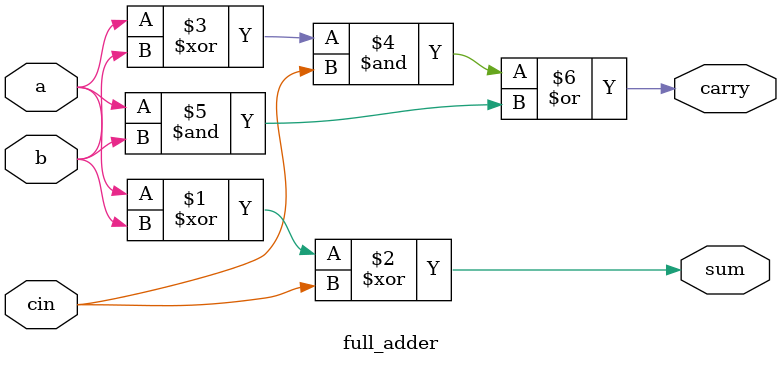
<source format=v>
module full_adder(
input a,b,cin,
output sum,carry);
assign sum=a^b^cin;
assign carry=((a^b)&cin)|(a&b);
endmodule

</source>
